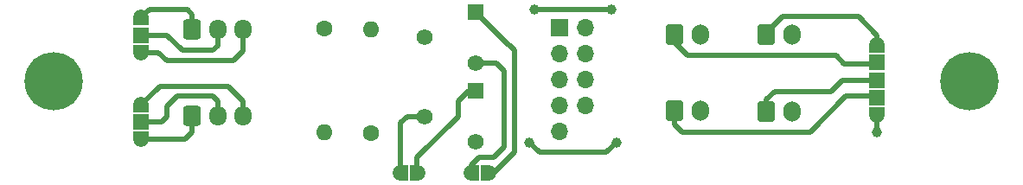
<source format=gtl>
G04 #@! TF.GenerationSoftware,KiCad,Pcbnew,8.0.4*
G04 #@! TF.CreationDate,2024-08-20T15:03:28-04:00*
G04 #@! TF.ProjectId,VectexController,56656374-6578-4436-9f6e-74726f6c6c65,rev?*
G04 #@! TF.SameCoordinates,Original*
G04 #@! TF.FileFunction,Copper,L1,Top*
G04 #@! TF.FilePolarity,Positive*
%FSLAX46Y46*%
G04 Gerber Fmt 4.6, Leading zero omitted, Abs format (unit mm)*
G04 Created by KiCad (PCBNEW 8.0.4) date 2024-08-20 15:03:28*
%MOMM*%
%LPD*%
G01*
G04 APERTURE LIST*
G04 Aperture macros list*
%AMRoundRect*
0 Rectangle with rounded corners*
0 $1 Rounding radius*
0 $2 $3 $4 $5 $6 $7 $8 $9 X,Y pos of 4 corners*
0 Add a 4 corners polygon primitive as box body*
4,1,4,$2,$3,$4,$5,$6,$7,$8,$9,$2,$3,0*
0 Add four circle primitives for the rounded corners*
1,1,$1+$1,$2,$3*
1,1,$1+$1,$4,$5*
1,1,$1+$1,$6,$7*
1,1,$1+$1,$8,$9*
0 Add four rect primitives between the rounded corners*
20,1,$1+$1,$2,$3,$4,$5,0*
20,1,$1+$1,$4,$5,$6,$7,0*
20,1,$1+$1,$6,$7,$8,$9,0*
20,1,$1+$1,$8,$9,$2,$3,0*%
%AMFreePoly0*
4,1,19,-0.750000,0.000000,-0.734505,0.151663,-0.679731,0.316964,-0.588312,0.465177,-0.465177,0.588312,-0.316964,0.679731,-0.151663,0.734505,0.000000,0.750000,0.750000,0.750000,0.750000,-0.750000,0.000000,-0.750000,-0.151663,-0.734505,-0.316964,-0.679731,-0.465177,-0.588312,-0.588312,-0.465177,-0.679731,-0.316964,-0.734505,-0.151663,-0.750000,0.000000,-0.750000,0.000000,-0.750000,0.000000,
$1*%
%AMFreePoly1*
4,1,18,-0.750000,0.750000,0.000000,0.750000,0.151663,0.734505,0.316964,0.679731,0.465177,0.588312,0.588312,0.465177,0.679731,0.316964,0.734505,0.151663,0.750000,0.000000,0.734505,-0.151663,0.679731,-0.316964,0.588312,-0.465177,0.465177,-0.588312,0.316964,-0.679731,0.151663,-0.734505,0.000000,-0.750000,-0.750000,-0.750000,-0.750000,0.750000,-0.750000,0.750000,$1*%
G04 Aperture macros list end*
G04 #@! TA.AperFunction,SMDPad,CuDef*
%ADD10FreePoly0,180.000000*%
G04 #@! TD*
G04 #@! TA.AperFunction,SMDPad,CuDef*
%ADD11FreePoly1,180.000000*%
G04 #@! TD*
G04 #@! TA.AperFunction,ComponentPad*
%ADD12R,1.700000X1.700000*%
G04 #@! TD*
G04 #@! TA.AperFunction,ComponentPad*
%ADD13O,1.700000X1.700000*%
G04 #@! TD*
G04 #@! TA.AperFunction,ComponentPad*
%ADD14RoundRect,0.250000X-0.600000X-0.750000X0.600000X-0.750000X0.600000X0.750000X-0.600000X0.750000X0*%
G04 #@! TD*
G04 #@! TA.AperFunction,ComponentPad*
%ADD15O,1.700000X2.000000*%
G04 #@! TD*
G04 #@! TA.AperFunction,ComponentPad*
%ADD16RoundRect,0.250000X-0.600000X-0.725000X0.600000X-0.725000X0.600000X0.725000X-0.600000X0.725000X0*%
G04 #@! TD*
G04 #@! TA.AperFunction,ComponentPad*
%ADD17O,1.700000X1.950000*%
G04 #@! TD*
G04 #@! TA.AperFunction,ComponentPad*
%ADD18R,1.560000X1.560000*%
G04 #@! TD*
G04 #@! TA.AperFunction,ComponentPad*
%ADD19C,1.560000*%
G04 #@! TD*
G04 #@! TA.AperFunction,SMDPad,CuDef*
%ADD20FreePoly0,270.000000*%
G04 #@! TD*
G04 #@! TA.AperFunction,SMDPad,CuDef*
%ADD21R,1.500000X1.500000*%
G04 #@! TD*
G04 #@! TA.AperFunction,SMDPad,CuDef*
%ADD22FreePoly1,270.000000*%
G04 #@! TD*
G04 #@! TA.AperFunction,SMDPad,CuDef*
%ADD23FreePoly0,0.000000*%
G04 #@! TD*
G04 #@! TA.AperFunction,SMDPad,CuDef*
%ADD24FreePoly1,0.000000*%
G04 #@! TD*
G04 #@! TA.AperFunction,ComponentPad*
%ADD25C,1.600000*%
G04 #@! TD*
G04 #@! TA.AperFunction,ComponentPad*
%ADD26O,1.600000X1.600000*%
G04 #@! TD*
G04 #@! TA.AperFunction,ComponentPad*
%ADD27C,3.600000*%
G04 #@! TD*
G04 #@! TA.AperFunction,ConnectorPad*
%ADD28C,5.700000*%
G04 #@! TD*
G04 #@! TA.AperFunction,SMDPad,CuDef*
%ADD29FreePoly0,90.000000*%
G04 #@! TD*
G04 #@! TA.AperFunction,SMDPad,CuDef*
%ADD30FreePoly1,90.000000*%
G04 #@! TD*
G04 #@! TA.AperFunction,ViaPad*
%ADD31C,1.000000*%
G04 #@! TD*
G04 #@! TA.AperFunction,Conductor*
%ADD32C,0.500000*%
G04 #@! TD*
G04 APERTURE END LIST*
D10*
X150975000Y-94000000D03*
D11*
X149275000Y-94000000D03*
D12*
X157924466Y-79804466D03*
D13*
X160464466Y-79804466D03*
X157924466Y-82344466D03*
X160464466Y-82344466D03*
X157924466Y-84884466D03*
X160464466Y-84884466D03*
X157924466Y-87424466D03*
X160464466Y-87424466D03*
X157924466Y-89964466D03*
D14*
X178214466Y-80439466D03*
D15*
X180714466Y-80439466D03*
D16*
X121964466Y-88439466D03*
D17*
X124464466Y-88439466D03*
X126964466Y-88439466D03*
D18*
X149704466Y-78224466D03*
D19*
X144704466Y-80724466D03*
X149704466Y-83224466D03*
D18*
X149704466Y-85964466D03*
D19*
X144704466Y-88464466D03*
X149704466Y-90964466D03*
D20*
X117000000Y-78800000D03*
D21*
X117000000Y-80500000D03*
D22*
X117000000Y-82200000D03*
D23*
X142350000Y-94000000D03*
D24*
X144050000Y-94000000D03*
D20*
X189000000Y-81500000D03*
D21*
X189000000Y-83200000D03*
X189000000Y-84900000D03*
X189000000Y-86600000D03*
D22*
X189000000Y-88300000D03*
D25*
X139500000Y-90080000D03*
D26*
X139500000Y-79920000D03*
D25*
X134914466Y-79884466D03*
D26*
X134914466Y-90044466D03*
D14*
X178214466Y-87964466D03*
D15*
X180714466Y-87964466D03*
D27*
X198100000Y-85000000D03*
D28*
X198100000Y-85000000D03*
D14*
X169214466Y-87939466D03*
D15*
X171714466Y-87939466D03*
D27*
X108400000Y-85000000D03*
D28*
X108400000Y-85000000D03*
D14*
X169214466Y-80439466D03*
D15*
X171714466Y-80439466D03*
D16*
X121964466Y-79939466D03*
D17*
X124464466Y-79939466D03*
X126964466Y-79939466D03*
D29*
X117000000Y-90700000D03*
D21*
X117000000Y-89000000D03*
D30*
X117000000Y-87300000D03*
D31*
X189000000Y-90000000D03*
X163000000Y-78000000D03*
X155500000Y-78000000D03*
X163500000Y-91000000D03*
X155000000Y-91000000D03*
D32*
X189000000Y-90000000D02*
X189000000Y-88100000D01*
X178214466Y-80285534D02*
X178214466Y-80439466D01*
X179800000Y-78700000D02*
X178214466Y-80285534D01*
X189000000Y-81700000D02*
X189000000Y-80500000D01*
X189000000Y-80500000D02*
X187200000Y-78700000D01*
X187200000Y-78700000D02*
X179800000Y-78700000D01*
X169214466Y-81214466D02*
X170500000Y-82500000D01*
X169214466Y-80439466D02*
X169214466Y-81214466D01*
X185800000Y-83300000D02*
X189000000Y-83300000D01*
X185000000Y-82500000D02*
X185800000Y-83300000D01*
X170500000Y-82500000D02*
X185000000Y-82500000D01*
X155500000Y-78000000D02*
X163000000Y-78000000D01*
X178214466Y-86785534D02*
X178214466Y-87964466D01*
X185600000Y-84900000D02*
X184500000Y-86000000D01*
X184500000Y-86000000D02*
X179000000Y-86000000D01*
X189000000Y-84900000D02*
X185600000Y-84900000D01*
X179000000Y-86000000D02*
X178214466Y-86785534D01*
X186000000Y-86500000D02*
X182500000Y-90000000D01*
X169214466Y-87939466D02*
X169214466Y-89214466D01*
X189000000Y-86500000D02*
X186000000Y-86500000D01*
X169214466Y-89214466D02*
X170000000Y-90000000D01*
X170000000Y-90000000D02*
X182500000Y-90000000D01*
X148000000Y-88500000D02*
X144000000Y-92500000D01*
X148000000Y-87000000D02*
X148000000Y-88500000D01*
X151500000Y-92500000D02*
X150075000Y-92500000D01*
X149704466Y-83224466D02*
X151724466Y-83224466D01*
X151724466Y-83224466D02*
X152500000Y-84000000D01*
X144000000Y-92500000D02*
X144000000Y-94000000D01*
X149325000Y-93250000D02*
X149325000Y-94000000D01*
X152500000Y-84000000D02*
X152500000Y-91500000D01*
X152500000Y-91500000D02*
X151500000Y-92500000D01*
X149704466Y-85964466D02*
X149035534Y-85964466D01*
X149035534Y-85964466D02*
X148000000Y-87000000D01*
X150075000Y-92500000D02*
X149325000Y-93250000D01*
X155000000Y-91000000D02*
X156000000Y-92000000D01*
X156000000Y-92000000D02*
X162500000Y-92000000D01*
X162500000Y-92000000D02*
X163500000Y-91000000D01*
X121964466Y-88439466D02*
X121964466Y-90035534D01*
X121300000Y-90700000D02*
X117000000Y-90700000D01*
X121964466Y-90035534D02*
X121300000Y-90700000D01*
X117800000Y-78000000D02*
X117000000Y-78800000D01*
X121964466Y-79939466D02*
X121964466Y-78464466D01*
X121500000Y-78000000D02*
X117800000Y-78000000D01*
X121964466Y-78464466D02*
X121500000Y-78000000D01*
X118700000Y-82200000D02*
X117000000Y-82200000D01*
X152980000Y-81500000D02*
X149704466Y-78224466D01*
X126964466Y-82035534D02*
X126000000Y-83000000D01*
X119500000Y-83000000D02*
X118700000Y-82200000D01*
X126000000Y-83000000D02*
X119500000Y-83000000D01*
X126964466Y-79939466D02*
X126964466Y-82035534D01*
X153500000Y-92000000D02*
X153500000Y-82000000D01*
X151500000Y-94000000D02*
X150925000Y-94000000D01*
X153000000Y-81500000D02*
X152980000Y-81500000D01*
X153500000Y-82000000D02*
X153000000Y-81500000D01*
X153500000Y-92000000D02*
X151500000Y-94000000D01*
X124000000Y-82000000D02*
X121000000Y-82000000D01*
X119500000Y-80500000D02*
X117000000Y-80500000D01*
X121000000Y-82000000D02*
X119500000Y-80500000D01*
X124464466Y-79939466D02*
X124464466Y-81535534D01*
X124464466Y-81535534D02*
X124000000Y-82000000D01*
X118800000Y-85500000D02*
X117000000Y-87300000D01*
X125500000Y-85500000D02*
X118800000Y-85500000D01*
X126964466Y-86964466D02*
X125500000Y-85500000D01*
X143035534Y-88464466D02*
X142400000Y-89100000D01*
X144704466Y-88464466D02*
X143035534Y-88464466D01*
X126964466Y-88439466D02*
X126964466Y-86964466D01*
X142400000Y-89100000D02*
X142400000Y-94000000D01*
X119500000Y-87500000D02*
X119500000Y-88500000D01*
X120500000Y-86500000D02*
X119500000Y-87500000D01*
X119000000Y-89000000D02*
X117000000Y-89000000D01*
X124464466Y-88439466D02*
X124464466Y-86964466D01*
X124000000Y-86500000D02*
X120500000Y-86500000D01*
X119500000Y-88500000D02*
X119000000Y-89000000D01*
X124464466Y-86964466D02*
X124000000Y-86500000D01*
M02*

</source>
